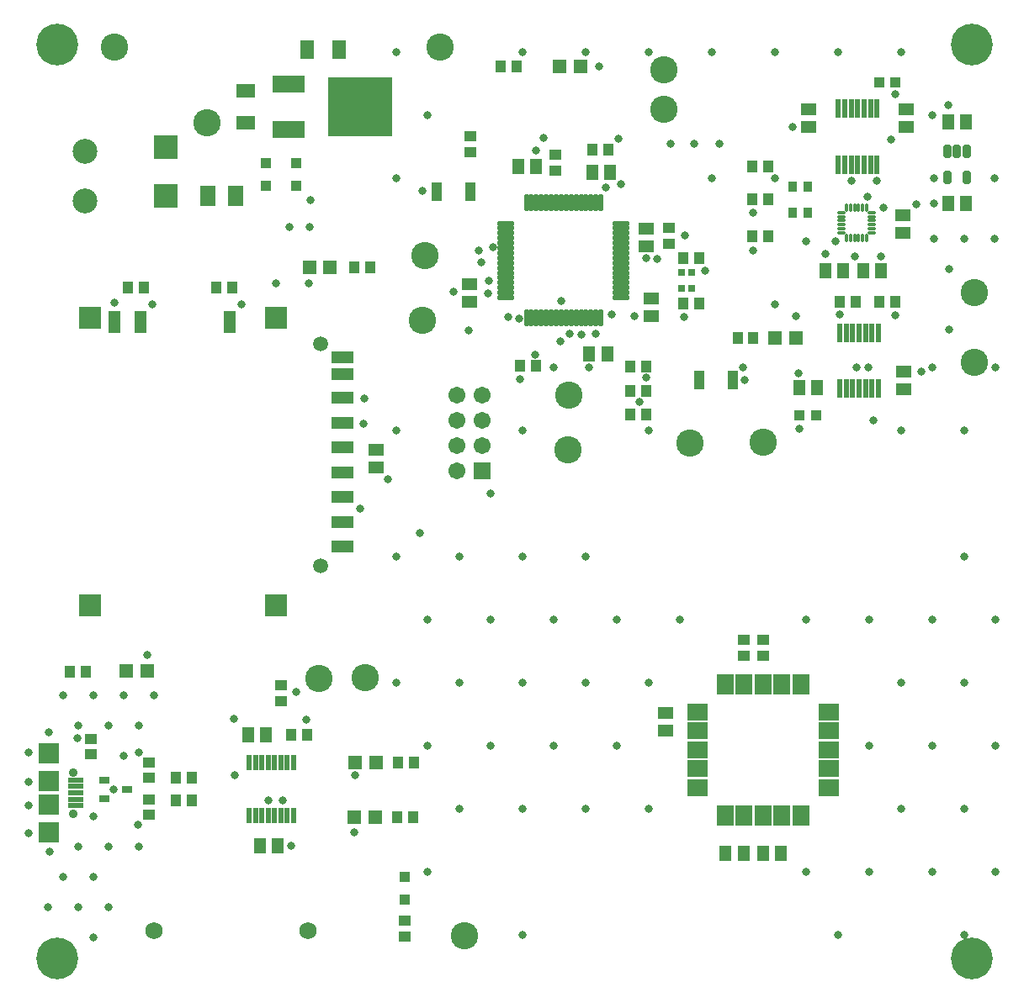
<source format=gts>
G04*
G04 #@! TF.GenerationSoftware,Altium Limited,Altium Designer,20.1.7 (139)*
G04*
G04 Layer_Color=8388736*
%FSAX25Y25*%
%MOIN*%
G70*
G04*
G04 #@! TF.SameCoordinates,DA313D72-2D91-44CA-A48C-88C92DA8F196*
G04*
G04*
G04 #@! TF.FilePolarity,Negative*
G04*
G01*
G75*
%ADD48R,0.02600X0.03000*%
%ADD53R,0.02300X0.06300*%
%ADD54R,0.09698X0.09304*%
%ADD55R,0.03556X0.04186*%
%ADD56R,0.04737X0.04343*%
%ADD57R,0.04737X0.04343*%
%ADD58R,0.05052X0.06391*%
%ADD59R,0.06391X0.05052*%
G04:AMPARAMS|DCode=60|XSize=33.2mil|YSize=16.66mil|CornerRadius=5.08mil|HoleSize=0mil|Usage=FLASHONLY|Rotation=0.000|XOffset=0mil|YOffset=0mil|HoleType=Round|Shape=RoundedRectangle|*
%AMROUNDEDRECTD60*
21,1,0.03320,0.00650,0,0,0.0*
21,1,0.02303,0.01666,0,0,0.0*
1,1,0.01016,0.01152,-0.00325*
1,1,0.01016,-0.01152,-0.00325*
1,1,0.01016,-0.01152,0.00325*
1,1,0.01016,0.01152,0.00325*
%
%ADD60ROUNDEDRECTD60*%
G04:AMPARAMS|DCode=61|XSize=33.2mil|YSize=16.66mil|CornerRadius=5.08mil|HoleSize=0mil|Usage=FLASHONLY|Rotation=90.000|XOffset=0mil|YOffset=0mil|HoleType=Round|Shape=RoundedRectangle|*
%AMROUNDEDRECTD61*
21,1,0.03320,0.00650,0,0,90.0*
21,1,0.02303,0.01666,0,0,90.0*
1,1,0.01016,0.00325,0.01152*
1,1,0.01016,0.00325,-0.01152*
1,1,0.01016,-0.00325,-0.01152*
1,1,0.01016,-0.00325,0.01152*
%
%ADD61ROUNDEDRECTD61*%
%ADD62R,0.05524X0.05524*%
%ADD63R,0.04343X0.04737*%
%ADD64R,0.08280X0.08280*%
%ADD65R,0.08280X0.07887*%
%ADD66R,0.06115X0.02375*%
%ADD67R,0.04343X0.03950*%
%ADD68R,0.07493X0.05524*%
%ADD69R,0.05524X0.07493*%
%ADD70R,0.12611X0.07099*%
%ADD71R,0.25210X0.23635*%
%ADD72R,0.03910X0.04461*%
G04:AMPARAMS|DCode=73|XSize=31.62mil|YSize=51.31mil|CornerRadius=5.77mil|HoleSize=0mil|Usage=FLASHONLY|Rotation=0.000|XOffset=0mil|YOffset=0mil|HoleType=Round|Shape=RoundedRectangle|*
%AMROUNDEDRECTD73*
21,1,0.03162,0.03976,0,0,0.0*
21,1,0.02008,0.05131,0,0,0.0*
1,1,0.01154,0.01004,-0.01988*
1,1,0.01154,-0.01004,-0.01988*
1,1,0.01154,-0.01004,0.01988*
1,1,0.01154,0.01004,0.01988*
%
%ADD73ROUNDEDRECTD73*%
%ADD74O,0.07099X0.01981*%
%ADD75O,0.01981X0.07099*%
%ADD76R,0.08674X0.05131*%
%ADD77R,0.04737X0.08674*%
%ADD78R,0.08674X0.08674*%
%ADD79R,0.03950X0.07493*%
%ADD80R,0.02200X0.07400*%
%ADD81R,0.04619X0.04422*%
%ADD82R,0.04343X0.03162*%
%ADD83R,0.06706X0.07887*%
%ADD84R,0.07887X0.06706*%
%ADD85R,0.05997X0.07887*%
%ADD86R,0.06706X0.06706*%
%ADD87C,0.06706*%
%ADD88C,0.03556*%
%ADD89C,0.10800*%
%ADD90C,0.09855*%
%ADD91C,0.06800*%
%ADD92C,0.05918*%
%ADD93C,0.16548*%
%ADD94C,0.03200*%
D48*
X0267100Y0287646D02*
D03*
Y0281308D02*
D03*
X0263000D02*
D03*
Y0287646D02*
D03*
D53*
X0091750Y0093327D02*
D03*
X0094250D02*
D03*
X0096750D02*
D03*
X0099250D02*
D03*
X0101750D02*
D03*
X0104250D02*
D03*
X0106750D02*
D03*
X0109250D02*
D03*
Y0072327D02*
D03*
X0106750D02*
D03*
X0104250D02*
D03*
X0101750D02*
D03*
X0099250D02*
D03*
X0096750D02*
D03*
X0094250D02*
D03*
X0091750D02*
D03*
D54*
X0058661Y0317913D02*
D03*
Y0337205D02*
D03*
D55*
X0307214Y0311283D02*
D03*
X0313021D02*
D03*
X0307214Y0321716D02*
D03*
X0313021D02*
D03*
D56*
X0295276Y0135827D02*
D03*
X0287795D02*
D03*
D57*
X0295276Y0142126D02*
D03*
X0287795D02*
D03*
X0179342Y0341611D02*
D03*
Y0335311D02*
D03*
X0153543Y0030642D02*
D03*
Y0024342D02*
D03*
X0258082Y0305193D02*
D03*
Y0298894D02*
D03*
X0213020Y0328033D02*
D03*
Y0334333D02*
D03*
X0104250Y0117833D02*
D03*
Y0124132D02*
D03*
X0029000Y0096527D02*
D03*
Y0102827D02*
D03*
D58*
X0280532Y0057284D02*
D03*
X0287579D02*
D03*
X0095976Y0060327D02*
D03*
X0103024D02*
D03*
X0295295Y0057284D02*
D03*
X0302343D02*
D03*
X0316653Y0241957D02*
D03*
X0309605D02*
D03*
X0342097Y0288477D02*
D03*
X0335050D02*
D03*
X0327074D02*
D03*
X0320027D02*
D03*
X0375779Y0347319D02*
D03*
X0368731D02*
D03*
X0375779Y0314839D02*
D03*
X0368731D02*
D03*
X0233574Y0255477D02*
D03*
X0226527D02*
D03*
X0198456Y0329603D02*
D03*
X0205503D02*
D03*
X0227853Y0327477D02*
D03*
X0234901D02*
D03*
X0098532Y0104327D02*
D03*
X0091484D02*
D03*
D59*
X0256693Y0112972D02*
D03*
Y0105925D02*
D03*
X0350601Y0303264D02*
D03*
Y0310311D02*
D03*
X0142000Y0217272D02*
D03*
Y0210224D02*
D03*
X0313534Y0352500D02*
D03*
Y0345453D02*
D03*
X0352050Y0352500D02*
D03*
Y0345453D02*
D03*
X0351050Y0241453D02*
D03*
Y0248500D02*
D03*
X0249223Y0304977D02*
D03*
Y0297930D02*
D03*
X0251050Y0277500D02*
D03*
Y0270453D02*
D03*
X0179145Y0275882D02*
D03*
Y0282929D02*
D03*
D60*
X0326330Y0311331D02*
D03*
X0326310Y0309756D02*
D03*
X0326330Y0308182D02*
D03*
Y0306607D02*
D03*
Y0305032D02*
D03*
Y0303457D02*
D03*
X0338495D02*
D03*
Y0305032D02*
D03*
Y0306607D02*
D03*
Y0308182D02*
D03*
Y0309756D02*
D03*
Y0311331D02*
D03*
D61*
X0328475Y0301311D02*
D03*
X0330050D02*
D03*
X0331625D02*
D03*
X0333200D02*
D03*
X0334775D02*
D03*
X0336349D02*
D03*
Y0313477D02*
D03*
X0334775D02*
D03*
X0333200D02*
D03*
X0331625D02*
D03*
X0330050D02*
D03*
X0328475D02*
D03*
D62*
X0308279Y0261689D02*
D03*
X0300011D02*
D03*
X0223098Y0369311D02*
D03*
X0214831D02*
D03*
X0051323Y0129595D02*
D03*
X0043055D02*
D03*
X0142000Y0093327D02*
D03*
X0133732D02*
D03*
X0141768Y0071827D02*
D03*
X0133500D02*
D03*
X0123850Y0289748D02*
D03*
X0115583D02*
D03*
D63*
X0285247Y0261642D02*
D03*
X0291546D02*
D03*
X0197614Y0369311D02*
D03*
X0191315D02*
D03*
X0027134Y0129488D02*
D03*
X0020835D02*
D03*
X0347700Y0275977D02*
D03*
X0341401D02*
D03*
X0325901D02*
D03*
X0332200D02*
D03*
X0242901Y0231177D02*
D03*
X0249200D02*
D03*
Y0240737D02*
D03*
X0242901D02*
D03*
X0297527Y0329631D02*
D03*
X0291227D02*
D03*
X0297527Y0316783D02*
D03*
X0291227D02*
D03*
Y0302072D02*
D03*
X0297527D02*
D03*
X0242901Y0250296D02*
D03*
X0249200D02*
D03*
X0205250Y0250679D02*
D03*
X0198951D02*
D03*
X0227853Y0336477D02*
D03*
X0234153D02*
D03*
X0085000Y0281748D02*
D03*
X0078701D02*
D03*
X0050150D02*
D03*
X0043850D02*
D03*
X0114650Y0104327D02*
D03*
X0108350D02*
D03*
X0062850Y0087327D02*
D03*
Y0078327D02*
D03*
X0069150D02*
D03*
Y0087327D02*
D03*
X0263901Y0275477D02*
D03*
X0270200D02*
D03*
X0270200Y0293477D02*
D03*
X0263901D02*
D03*
X0157016Y0093327D02*
D03*
X0150716D02*
D03*
X0156783Y0071727D02*
D03*
X0150484D02*
D03*
X0133567Y0289748D02*
D03*
X0139866D02*
D03*
D64*
X0012500Y0086051D02*
D03*
Y0076602D02*
D03*
D65*
Y0097075D02*
D03*
Y0065579D02*
D03*
D66*
X0023031Y0086445D02*
D03*
Y0076209D02*
D03*
Y0083886D02*
D03*
Y0081327D02*
D03*
Y0078768D02*
D03*
D67*
X0110236Y0321913D02*
D03*
Y0330968D02*
D03*
X0153543Y0048020D02*
D03*
Y0038965D02*
D03*
X0098425Y0321913D02*
D03*
Y0330968D02*
D03*
D68*
X0090551Y0347047D02*
D03*
Y0359646D02*
D03*
D69*
X0127362Y0375984D02*
D03*
X0114764D02*
D03*
D70*
X0107559Y0362343D02*
D03*
Y0344350D02*
D03*
D71*
X0135827Y0353346D02*
D03*
D72*
X0341322Y0362977D02*
D03*
X0347779D02*
D03*
X0316279Y0230977D02*
D03*
X0309822D02*
D03*
D73*
X0375932Y0325437D02*
D03*
X0368452D02*
D03*
Y0335674D02*
D03*
X0372192D02*
D03*
X0375932D02*
D03*
D74*
X0239184Y0277634D02*
D03*
X0239184Y0279603D02*
D03*
Y0281571D02*
D03*
X0239184Y0283540D02*
D03*
Y0285508D02*
D03*
Y0287477D02*
D03*
Y0289445D02*
D03*
Y0291414D02*
D03*
X0239184Y0293382D02*
D03*
Y0295351D02*
D03*
X0239184Y0297319D02*
D03*
Y0299288D02*
D03*
Y0301256D02*
D03*
Y0303225D02*
D03*
Y0305193D02*
D03*
Y0307162D02*
D03*
X0193515Y0307162D02*
D03*
Y0305193D02*
D03*
Y0303225D02*
D03*
X0193515Y0301256D02*
D03*
Y0299288D02*
D03*
X0193515Y0297319D02*
D03*
Y0295351D02*
D03*
Y0293382D02*
D03*
Y0291414D02*
D03*
Y0289445D02*
D03*
Y0287477D02*
D03*
Y0285508D02*
D03*
Y0283540D02*
D03*
Y0281571D02*
D03*
Y0279603D02*
D03*
Y0277634D02*
D03*
D75*
X0231113Y0315233D02*
D03*
X0229145D02*
D03*
X0227176D02*
D03*
X0225208D02*
D03*
X0223239D02*
D03*
X0221271D02*
D03*
X0219302D02*
D03*
X0217334D02*
D03*
X0215365D02*
D03*
X0213397D02*
D03*
X0211428D02*
D03*
X0209460Y0315233D02*
D03*
X0207491D02*
D03*
X0205523Y0315233D02*
D03*
X0203554D02*
D03*
X0201586D02*
D03*
X0201586Y0269563D02*
D03*
X0203554D02*
D03*
X0205523D02*
D03*
X0207491D02*
D03*
X0209460D02*
D03*
X0211428D02*
D03*
X0213397Y0269563D02*
D03*
X0215365D02*
D03*
X0217334Y0269563D02*
D03*
X0219302D02*
D03*
X0221271D02*
D03*
X0223239D02*
D03*
X0225208D02*
D03*
X0227176Y0269563D02*
D03*
X0229145D02*
D03*
X0231113Y0269563D02*
D03*
D76*
X0128858Y0188681D02*
D03*
Y0198524D02*
D03*
Y0208366D02*
D03*
Y0218209D02*
D03*
Y0228051D02*
D03*
Y0237894D02*
D03*
Y0247441D02*
D03*
Y0254134D02*
D03*
Y0178839D02*
D03*
D77*
X0083976Y0268110D02*
D03*
X0048740D02*
D03*
X0038504D02*
D03*
D78*
X0102284Y0269685D02*
D03*
Y0155512D02*
D03*
X0028858Y0269685D02*
D03*
Y0155512D02*
D03*
D79*
X0270090Y0244957D02*
D03*
X0283475D02*
D03*
X0165956Y0319760D02*
D03*
X0179342D02*
D03*
D80*
X0341062Y0263766D02*
D03*
X0338503D02*
D03*
X0335944D02*
D03*
X0333385D02*
D03*
X0330826D02*
D03*
X0328267D02*
D03*
X0325708D02*
D03*
X0325708Y0241566D02*
D03*
X0328267D02*
D03*
X0330826D02*
D03*
X0333385D02*
D03*
X0335944D02*
D03*
X0338503D02*
D03*
X0341062D02*
D03*
X0325208Y0330314D02*
D03*
X0327767D02*
D03*
X0330326D02*
D03*
X0332885D02*
D03*
X0335444D02*
D03*
X0338003D02*
D03*
X0340562D02*
D03*
X0340562Y0352514D02*
D03*
X0338003D02*
D03*
X0335444D02*
D03*
X0332885D02*
D03*
X0330326D02*
D03*
X0327767D02*
D03*
X0325208D02*
D03*
D81*
X0052000Y0093378D02*
D03*
Y0087276D02*
D03*
X0052202Y0078625D02*
D03*
Y0072522D02*
D03*
D82*
X0034497Y0086365D02*
D03*
Y0078884D02*
D03*
X0043552Y0082625D02*
D03*
D83*
X0280315Y0072441D02*
D03*
X0287795D02*
D03*
X0295276D02*
D03*
X0302756D02*
D03*
X0310236D02*
D03*
X0280315Y0124409D02*
D03*
X0287795D02*
D03*
X0295276D02*
D03*
X0302756D02*
D03*
X0310236D02*
D03*
D84*
X0269291Y0083465D02*
D03*
Y0090945D02*
D03*
Y0098425D02*
D03*
Y0105905D02*
D03*
Y0113386D02*
D03*
X0321260Y0083465D02*
D03*
Y0090945D02*
D03*
Y0098425D02*
D03*
Y0105905D02*
D03*
Y0113386D02*
D03*
D85*
X0075492Y0318138D02*
D03*
X0086476D02*
D03*
D86*
X0184062Y0209154D02*
D03*
D87*
Y0219154D02*
D03*
Y0229154D02*
D03*
Y0239154D02*
D03*
X0174062Y0209154D02*
D03*
Y0219154D02*
D03*
Y0229154D02*
D03*
Y0239154D02*
D03*
D88*
X0022146Y0089496D02*
D03*
Y0073158D02*
D03*
D89*
X0038386Y0376969D02*
D03*
X0177165Y0024606D02*
D03*
X0167386Y0376969D02*
D03*
X0379134Y0279528D02*
D03*
Y0251969D02*
D03*
X0075197Y0346949D02*
D03*
X0137795Y0126969D02*
D03*
X0119500Y0126827D02*
D03*
X0160433Y0268701D02*
D03*
X0161417Y0294291D02*
D03*
X0218110Y0217323D02*
D03*
X0218504Y0238976D02*
D03*
X0266535Y0220079D02*
D03*
X0295276Y0220472D02*
D03*
X0255906Y0352362D02*
D03*
Y0368110D02*
D03*
D90*
X0026575Y0315945D02*
D03*
Y0335630D02*
D03*
D91*
X0054134Y0026575D02*
D03*
X0115157D02*
D03*
D92*
X0120197Y0259449D02*
D03*
Y0171260D02*
D03*
D93*
X0377953Y0377953D02*
D03*
X0015748Y0015748D02*
D03*
X0377953D02*
D03*
X0015748Y0377953D02*
D03*
D94*
X0208268Y0340945D02*
D03*
X0194488Y0270079D02*
D03*
X0249213Y0293307D02*
D03*
X0253543Y0292913D02*
D03*
X0218898Y0263386D02*
D03*
X0223239Y0263003D02*
D03*
X0215354Y0276378D02*
D03*
X0215060Y0260321D02*
D03*
X0229134Y0263348D02*
D03*
X0235433Y0270866D02*
D03*
X0172743Y0279862D02*
D03*
X0182677Y0296457D02*
D03*
X0188265Y0297638D02*
D03*
X0336614Y0317717D02*
D03*
X0324016Y0300000D02*
D03*
X0012205Y0065354D02*
D03*
Y0076378D02*
D03*
Y0085827D02*
D03*
X0012598Y0096850D02*
D03*
X0375000Y0175000D02*
D03*
X0387500Y0150000D02*
D03*
X0375000Y0125000D02*
D03*
X0387500Y0100000D02*
D03*
X0375000Y0075000D02*
D03*
X0387500Y0050000D02*
D03*
X0375000Y0025000D02*
D03*
X0362500Y0150000D02*
D03*
X0350000Y0125000D02*
D03*
X0362500Y0100000D02*
D03*
X0350000Y0075000D02*
D03*
X0362500Y0050000D02*
D03*
X0337500Y0150000D02*
D03*
Y0100000D02*
D03*
Y0050000D02*
D03*
X0325000Y0025000D02*
D03*
X0312500Y0150000D02*
D03*
Y0050000D02*
D03*
X0262500Y0150000D02*
D03*
X0250000Y0125000D02*
D03*
Y0075000D02*
D03*
X0225000Y0175000D02*
D03*
X0237500Y0150000D02*
D03*
X0225000Y0125000D02*
D03*
X0237500Y0100000D02*
D03*
X0225000Y0075000D02*
D03*
X0200000Y0175000D02*
D03*
X0212500Y0150000D02*
D03*
X0200000Y0125000D02*
D03*
X0212500Y0100000D02*
D03*
X0200000Y0075000D02*
D03*
Y0025000D02*
D03*
X0159464Y0184252D02*
D03*
X0178756Y0264567D02*
D03*
X0277953Y0338576D02*
D03*
X0268126Y0338583D02*
D03*
X0258677D02*
D03*
X0387500Y0250000D02*
D03*
X0375000Y0225000D02*
D03*
X0350000Y0375000D02*
D03*
X0362500Y0350000D02*
D03*
Y0250000D02*
D03*
X0350000Y0225000D02*
D03*
X0325000Y0375000D02*
D03*
X0300000D02*
D03*
Y0325000D02*
D03*
X0312500Y0300000D02*
D03*
X0300000Y0275000D02*
D03*
X0275000Y0375000D02*
D03*
Y0325000D02*
D03*
X0287500Y0250000D02*
D03*
X0250000Y0375000D02*
D03*
Y0225000D02*
D03*
X0225000Y0375000D02*
D03*
X0200000D02*
D03*
X0212500Y0250000D02*
D03*
X0200000Y0225000D02*
D03*
X0187500Y0200000D02*
D03*
X0175000Y0175000D02*
D03*
X0187500Y0150000D02*
D03*
X0175000Y0125000D02*
D03*
X0187500Y0100000D02*
D03*
X0175000Y0075000D02*
D03*
X0150000Y0375000D02*
D03*
X0162500Y0350000D02*
D03*
X0150000Y0325000D02*
D03*
Y0225000D02*
D03*
Y0175000D02*
D03*
X0162500Y0150000D02*
D03*
X0150000Y0125000D02*
D03*
X0162500Y0100000D02*
D03*
Y0050000D02*
D03*
X0387187Y0324902D02*
D03*
Y0300902D02*
D03*
X0375187D02*
D03*
X0363187Y0324902D02*
D03*
Y0300902D02*
D03*
X0369187Y0288902D02*
D03*
Y0264902D02*
D03*
X0339187Y0228902D02*
D03*
X0116081Y0316203D02*
D03*
X0115687Y0305573D02*
D03*
X0107874Y0305512D02*
D03*
X0054000Y0120000D02*
D03*
X0048000Y0108000D02*
D03*
Y0060000D02*
D03*
X0042000Y0120000D02*
D03*
X0036000Y0108000D02*
D03*
X0042000Y0096000D02*
D03*
X0036000Y0060000D02*
D03*
Y0036000D02*
D03*
X0030000Y0120000D02*
D03*
X0024000Y0108000D02*
D03*
X0030000Y0072000D02*
D03*
X0024000Y0060000D02*
D03*
X0030000Y0048000D02*
D03*
X0024000Y0036000D02*
D03*
X0030000Y0024000D02*
D03*
X0018000Y0120000D02*
D03*
Y0048000D02*
D03*
X0012000Y0036000D02*
D03*
X0004331Y0097244D02*
D03*
Y0085827D02*
D03*
Y0076378D02*
D03*
Y0065354D02*
D03*
X0012598Y0057874D02*
D03*
X0331625Y0293966D02*
D03*
X0205550Y0335977D02*
D03*
X0133858Y0088189D02*
D03*
X0183633Y0291752D02*
D03*
X0186614Y0284252D02*
D03*
X0308268Y0270472D02*
D03*
X0088746Y0274848D02*
D03*
X0102362Y0283465D02*
D03*
X0186539Y0279452D02*
D03*
X0205118Y0255118D02*
D03*
X0198686Y0269495D02*
D03*
X0244550Y0270477D02*
D03*
X0264050Y0269977D02*
D03*
X0309449Y0247577D02*
D03*
X0086221Y0088189D02*
D03*
X0226527Y0249851D02*
D03*
X0237948Y0340704D02*
D03*
X0239129Y0322594D02*
D03*
X0330315Y0324016D02*
D03*
X0246457Y0236221D02*
D03*
X0309842Y0225590D02*
D03*
X0342913Y0313386D02*
D03*
X0355906Y0314567D02*
D03*
X0198940Y0245387D02*
D03*
X0135827Y0193898D02*
D03*
X0146653Y0205571D02*
D03*
X0160433Y0319882D02*
D03*
X0249050Y0245977D02*
D03*
X0108500Y0060316D02*
D03*
X0307050Y0345477D02*
D03*
X0347779Y0358205D02*
D03*
X0230465Y0369311D02*
D03*
X0332550Y0249977D02*
D03*
X0110500Y0121327D02*
D03*
X0133500Y0065827D02*
D03*
X0099500Y0078327D02*
D03*
X0105000D02*
D03*
X0038202Y0082625D02*
D03*
X0012500Y0105327D02*
D03*
X0114500Y0110327D02*
D03*
X0291550Y0296477D02*
D03*
Y0311477D02*
D03*
X0137000Y0227748D02*
D03*
X0051484Y0135988D02*
D03*
X0048000Y0097280D02*
D03*
X0023600Y0102877D02*
D03*
X0047702Y0068522D02*
D03*
X0368645Y0354071D02*
D03*
X0363145Y0315071D02*
D03*
X0233050Y0321477D02*
D03*
X0272550Y0288477D02*
D03*
X0264550Y0302477D02*
D03*
X0137500Y0237748D02*
D03*
X0115500Y0283248D02*
D03*
X0038500Y0275748D02*
D03*
X0085654Y0110827D02*
D03*
X0340550Y0323977D02*
D03*
X0346050Y0340477D02*
D03*
X0288050Y0244977D02*
D03*
X0357950Y0248477D02*
D03*
X0347650Y0270677D02*
D03*
X0325750Y0270877D02*
D03*
X0320050Y0294977D02*
D03*
X0342073Y0294000D02*
D03*
X0053500Y0274838D02*
D03*
X0337050Y0249977D02*
D03*
M02*

</source>
